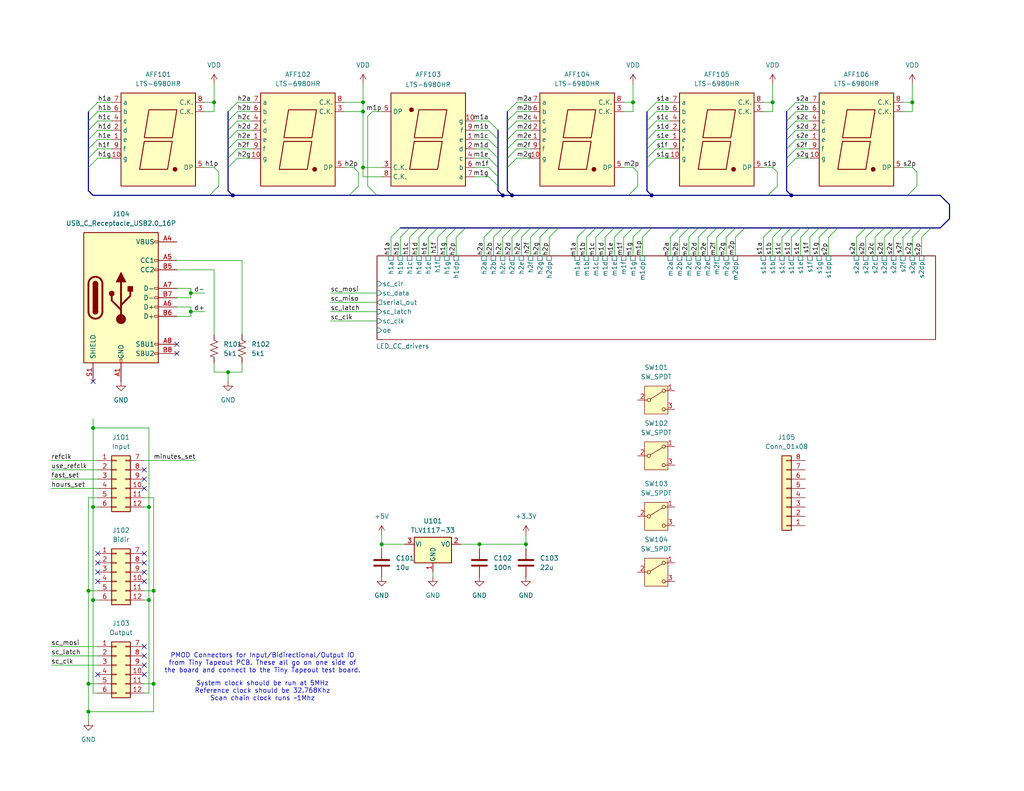
<source format=kicad_sch>
(kicad_sch (version 20231120) (generator "eeschema") (generator_version "8.0")
  (paper "USLetter")
  (title_block (title "Tiny Tapeout Digital Clock") (date "2024-09-29") (rev "1.0") (company "The Ohio State University") (comment 1 "Author: Sam Ellicott"))
  (lib_symbols
    (symbol "Connector:USB_C_Receptacle_USB2.0_16P" (pin_names (offset 1.016))
      (property "Reference" "J" (at 0 22.225 0))
      (property "Value" "USB_C_Receptacle_USB2.0_16P" (at 0 19.685 0))
      (symbol "USB_C_Receptacle_USB2.0_16P_1_1"
        (pin passive line (at 0 -22.86 90) (length 5.08) (name "GND") (number "A1"))
        (pin passive line (at 0 -22.86 90) (length 5.08) hide (name "GND") (number "A12"))
        (pin passive line (at 15.24 15.24 180) (length 5.08) (name "VBUS") (number "A4"))
        (pin bidirectional line (at 15.24 10.16 180) (length 5.08) (name "CC1") (number "A5"))
        (pin bidirectional line (at 15.24 -2.54 180) (length 5.08) (name "D+") (number "A6"))
        (pin bidirectional line (at 15.24 2.54 180) (length 5.08) (name "D-") (number "A7"))
        (pin bidirectional line (at 15.24 -12.7 180) (length 5.08) (name "SBU1") (number "A8"))
        (pin passive line (at 15.24 15.24 180) (length 5.08) hide (name "VBUS") (number "A9"))
        (pin passive line (at 0 -22.86 90) (length 5.08) hide (name "GND") (number "B1"))
        (pin passive line (at 0 -22.86 90) (length 5.08) hide (name "GND") (number "B12"))
        (pin passive line (at 15.24 15.24 180) (length 5.08) hide (name "VBUS") (number "B4"))
        (pin bidirectional line (at 15.24 7.62 180) (length 5.08) (name "CC2") (number "B5"))
        (pin bidirectional line (at 15.24 -5.08 180) (length 5.08) (name "D+") (number "B6"))
        (pin bidirectional line (at 15.24 0 180) (length 5.08) (name "D-") (number "B7"))
        (pin bidirectional line (at 15.24 -15.24 180) (length 5.08) (name "SBU2") (number "B8"))
        (pin passive line (at 15.24 15.24 180) (length 5.08) hide (name "VBUS") (number "B9"))
        (pin passive line (at -7.62 -22.86 90) (length 5.08) (name "SHIELD") (number "S1"))
      )
    )
    (symbol "Connector_Generic:Conn_01x08" (pin_names (offset 1.016) hide)
      (property "Reference" "J" (at 0 10.16 0))
      (property "Value" "Conn_01x08" (at 0 -12.7 0))
      (symbol "Conn_01x08_1_1"
        (pin passive line (at -5.08 7.62 0) (length 3.81) (name "Pin_1") (number "1"))
        (pin passive line (at -5.08 5.08 0) (length 3.81) (name "Pin_2") (number "2"))
        (pin passive line (at -5.08 2.54 0) (length 3.81) (name "Pin_3") (number "3"))
        (pin passive line (at -5.08 0 0) (length 3.81) (name "Pin_4") (number "4"))
        (pin passive line (at -5.08 -2.54 0) (length 3.81) (name "Pin_5") (number "5"))
        (pin passive line (at -5.08 -5.08 0) (length 3.81) (name "Pin_6") (number "6"))
        (pin passive line (at -5.08 -7.62 0) (length 3.81) (name "Pin_7") (number "7"))
        (pin passive line (at -5.08 -10.16 0) (length 3.81) (name "Pin_8") (number "8"))
      )
    )
    (symbol "Connector_Generic:Conn_02x06_Top_Bottom" (pin_names (offset 1.016) hide)
      (property "Reference" "J" (at 1.27 7.62 0))
      (property "Value" "Conn_02x06_Top_Bottom" (at 1.27 -10.16 0))
      (symbol "Conn_02x06_Top_Bottom_1_1"
        (pin passive line (at -5.08 5.08 0) (length 3.81) (name "Pin_1") (number "1"))
        (pin passive line (at 7.62 -2.54 180) (length 3.81) (name "Pin_10") (number "10"))
        (pin passive line (at 7.62 -5.08 180) (length 3.81) (name "Pin_11") (number "11"))
        (pin passive line (at 7.62 -7.62 180) (length 3.81) (name "Pin_12") (number "12"))
        (pin passive line (at -5.08 2.54 0) (length 3.81) (name "Pin_2") (number "2"))
        (pin passive line (at -5.08 0 0) (length 3.81) (name "Pin_3") (number "3"))
        (pin passive line (at -5.08 -2.54 0) (length 3.81) (name "Pin_4") (number "4"))
        (pin passive line (at -5.08 -5.08 0) (length 3.81) (name "Pin_5") (number "5"))
        (pin passive line (at -5.08 -7.62 0) (length 3.81) (name "Pin_6") (number "6"))
        (pin passive line (at 7.62 5.08 180) (length 3.81) (name "Pin_7") (number "7"))
        (pin passive line (at 7.62 2.54 180) (length 3.81) (name "Pin_8") (number "8"))
        (pin passive line (at 7.62 0 180) (length 3.81) (name "Pin_9") (number "9"))
      )
    )
    (symbol "Device:C" (pin_numbers hide) (pin_names (offset 0.254))
      (property "Reference" "C" (at 0.635 2.54 0))
      (property "Value" "C" (at 0.635 -2.54 0))
      (symbol "C_1_1"
        (pin passive line (at 0 3.81 270) (length 2.794) (name "~") (number "1"))
        (pin passive line (at 0 -3.81 90) (length 2.794) (name "~") (number "2"))
      )
    )
    (symbol "Device:R_US" (pin_numbers hide) (pin_names (offset 0))
      (property "Reference" "R" (at 2.54 0 90))
      (property "Value" "R_US" (at -2.54 0 90))
      (symbol "R_US_1_1"
        (pin passive line (at 0 3.81 270) (length 1.27) (name "~") (number "1"))
        (pin passive line (at 0 -3.81 90) (length 1.27) (name "~") (number "2"))
      )
    )
    (symbol "Display_Character:LTS-6980HR"
      (property "Reference" "AFF" (at -7.874 13.97 0))
      (property "Value" "LTS-6980HR" (at 4.064 13.97 0))
      (symbol "LTS-6980HR_1_1"
        (pin passive line (at -12.7 0 0) (length 2.54) (name "e") (number "1"))
        (pin passive line (at -12.7 -5.08 0) (length 2.54) (name "g") (number "10"))
        (pin passive line (at -12.7 2.54 0) (length 2.54) (name "d") (number "2"))
        (pin passive line (at 12.7 7.62 180) (length 2.54) (name "C.K.") (number "3"))
        (pin passive line (at -12.7 5.08 0) (length 2.54) (name "c") (number "4"))
        (pin passive line (at 12.7 -7.62 180) (length 2.54) (name "DP") (number "5"))
        (pin passive line (at -12.7 7.62 0) (length 2.54) (name "b") (number "6"))
        (pin passive line (at -12.7 10.16 0) (length 2.54) (name "a") (number "7"))
        (pin passive line (at 12.7 10.16 180) (length 2.54) (name "C.K.") (number "8"))
        (pin passive line (at -12.7 -2.54 0) (length 2.54) (name "f") (number "9"))
      )
    )
    (symbol "Regulator_Linear:TLV1117-33" (pin_names (offset 0.254))
      (property "Reference" "U" (at -3.81 3.175 0))
      (property "Value" "TLV1117-33" (at 0 3.175 0))
      (symbol "TLV1117-33_1_1"
        (pin power_in line (at 0 -7.62 90) (length 2.54) (name "GND") (number "1"))
        (pin power_out line (at 7.62 0 180) (length 2.54) (name "VO") (number "2"))
        (pin power_in line (at -7.62 0 0) (length 2.54) (name "VI") (number "3"))
      )
    )
    (symbol "Switch:SW_SPDT" (pin_names (offset 0) hide)
      (property "Reference" "SW" (at 0 5.08 0))
      (property "Value" "SW_SPDT" (at 0 -5.08 0))
      (symbol "SW_SPDT_1_1"
        (pin passive line (at 5.08 2.54 180) (length 2.54) (name "A") (number "1"))
        (pin passive line (at -5.08 0 0) (length 2.54) (name "B") (number "2"))
        (pin passive line (at 5.08 -2.54 180) (length 2.54) (name "C") (number "3"))
      )
    )
    (symbol "power:+3.3V" (power) (pin_numbers hide) (pin_names (offset 0) hide)
      (property "Value" "+3.3V" (at 0 3.556 0))
      (symbol "+3.3V_1_1"
        (pin power_in line (at 0 0 90) (length 0) (name "~") (number "1"))
      )
    )
    (symbol "power:+5V" (power) (pin_numbers hide) (pin_names (offset 0) hide)
      (property "Value" "+5V" (at 0 3.556 0))
      (symbol "+5V_1_1"
        (pin power_in line (at 0 0 90) (length 0) (name "~") (number "1"))
      )
    )
    (symbol "power:GND" (power) (pin_numbers hide) (pin_names (offset 0) hide)
      (property "Value" "GND" (at 0 -3.81 0))
      (symbol "GND_1_1"
        (pin power_in line (at 0 0 270) (length 0) (name "~") (number "1"))
      )
    )
    (symbol "power:VDD" (power) (pin_numbers hide) (pin_names (offset 0) hide)
      (property "Value" "VDD" (at 0 3.556 0))
      (symbol "VDD_1_1"
        (pin power_in line (at 0 0 90) (length 0) (name "~") (number "1"))
      )
    )
  )
  (junction (at 215.9 53.34))
  (junction (at 41.91 161.29))
  (junction (at 52.07 85.09))
  (junction (at 24.13 194.31))
  (junction (at 137.16 53.34))
  (junction (at 130.81 148.59))
  (junction (at 210.82 27.94))
  (junction (at 63.5 53.34))
  (junction (at 24.13 186.69))
  (junction (at 25.4 163.83))
  (junction (at 25.4 116.84))
  (junction (at 99.06 30.48))
  (junction (at 24.13 161.29))
  (junction (at 41.91 186.69))
  (junction (at 62.23 101.6))
  (junction (at 40.64 138.43))
  (junction (at 99.06 45.72))
  (junction (at 52.07 80.01))
  (junction (at 248.92 27.94))
  (junction (at 104.14 148.59))
  (junction (at 143.51 148.59))
  (junction (at 40.64 163.83))
  (junction (at 172.72 27.94))
  (junction (at 139.7 53.34))
  (junction (at 58.42 27.94))
  (junction (at 177.8 53.34))
  (junction (at 99.06 27.94))
  (junction (at 25.4 138.43))
  (no_connect (at 39.37 153.67))
  (no_connect (at 39.37 128.27))
  (no_connect (at 26.67 184.15))
  (no_connect (at 48.26 93.98))
  (no_connect (at 26.67 158.75))
  (no_connect (at 39.37 176.53))
  (no_connect (at 26.67 156.21))
  (no_connect (at 39.37 156.21))
  (no_connect (at 48.26 96.52))
  (no_connect (at 26.67 151.13))
  (no_connect (at 39.37 184.15))
  (no_connect (at 39.37 151.13))
  (no_connect (at 39.37 130.81))
  (no_connect (at 39.37 179.07))
  (no_connect (at 39.37 158.75))
  (no_connect (at 39.37 181.61))
  (no_connect (at 26.67 153.67))
  (no_connect (at 25.4 104.14))
  (no_connect (at 39.37 133.35))
  (bus_entry (at 62.23 38.1) (size 2.54 -2.54))
  (bus_entry (at 135.89 50.8) (size -2.54 -2.54))
  (bus_entry (at 214.63 45.72) (size 2.54 -2.54))
  (bus_entry (at 121.92 62.23) (size -2.54 2.54))
  (bus_entry (at 167.64 62.23) (size -2.54 2.54))
  (bus_entry (at 214.63 33.02) (size 2.54 -2.54))
  (bus_entry (at 176.53 38.1) (size 2.54 -2.54))
  (bus_entry (at 209.55 53.34) (size 2.54 -2.54))
  (bus_entry (at 165.1 62.23) (size -2.54 2.54))
  (bus_entry (at 176.53 33.02) (size 2.54 -2.54))
  (bus_entry (at 135.89 38.1) (size -2.54 -2.54))
  (bus_entry (at 138.43 33.02) (size 2.54 -2.54))
  (bus_entry (at 138.43 45.72) (size 2.54 -2.54))
  (bus_entry (at 170.18 62.23) (size -2.54 2.54))
  (bus_entry (at 223.52 62.23) (size -2.54 2.54))
  (bus_entry (at 248.92 62.23) (size -2.54 2.54))
  (bus_entry (at 109.22 62.23) (size -2.54 2.54))
  (bus_entry (at 62.23 30.48) (size 2.54 -2.54))
  (bus_entry (at 135.89 48.26) (size -2.54 -2.54))
  (bus_entry (at 176.53 43.18) (size 2.54 -2.54))
  (bus_entry (at 214.63 30.48) (size 2.54 -2.54))
  (bus_entry (at 62.23 35.56) (size 2.54 -2.54))
  (bus_entry (at 135.89 43.18) (size -2.54 -2.54))
  (bus_entry (at 220.98 62.23) (size -2.54 2.54))
  (bus_entry (at 236.22 62.23) (size -2.54 2.54))
  (bus_entry (at 193.04 62.23) (size -2.54 2.54))
  (bus_entry (at 200.66 62.23) (size -2.54 2.54))
  (bus_entry (at 195.58 62.23) (size -2.54 2.54))
  (bus_entry (at 218.44 62.23) (size -2.54 2.54))
  (bus_entry (at 138.43 30.48) (size 2.54 -2.54))
  (bus_entry (at 95.25 53.34) (size 2.54 -2.54))
  (bus_entry (at 251.46 64.77) (size 2.54 -2.54))
  (bus_entry (at 198.12 62.23) (size -2.54 2.54))
  (bus_entry (at 226.06 64.77) (size 2.54 -2.54))
  (bus_entry (at 176.53 30.48) (size 2.54 -2.54))
  (bus_entry (at 138.43 35.56) (size 2.54 -2.54))
  (bus_entry (at 251.46 62.23) (size -2.54 2.54))
  (bus_entry (at 135.89 40.64) (size -2.54 -2.54))
  (bus_entry (at 190.5 62.23) (size -2.54 2.54))
  (bus_entry (at 176.53 40.64) (size 2.54 -2.54))
  (bus_entry (at 215.9 62.23) (size -2.54 2.54))
  (bus_entry (at 226.06 62.23) (size -2.54 2.54))
  (bus_entry (at 246.38 62.23) (size -2.54 2.54))
  (bus_entry (at 147.32 62.23) (size -2.54 2.54))
  (bus_entry (at 247.65 53.34) (size 2.54 -2.54))
  (bus_entry (at 210.82 62.23) (size -2.54 2.54))
  (bus_entry (at 142.24 62.23) (size -2.54 2.54))
  (bus_entry (at 57.15 53.34) (size 2.54 -2.54))
  (bus_entry (at 24.13 45.72) (size 2.54 -2.54))
  (bus_entry (at 214.63 35.56) (size 2.54 -2.54))
  (bus_entry (at 137.16 62.23) (size -2.54 2.54))
  (bus_entry (at 213.36 62.23) (size -2.54 2.54))
  (bus_entry (at 214.63 38.1) (size 2.54 -2.54))
  (bus_entry (at 102.87 53.34) (size -2.54 -2.54))
  (bus_entry (at 172.72 62.23) (size -2.54 2.54))
  (bus_entry (at 214.63 40.64) (size 2.54 -2.54))
  (bus_entry (at 124.46 62.23) (size -2.54 2.54))
  (bus_entry (at 24.13 40.64) (size 2.54 -2.54))
  (bus_entry (at 62.23 33.02) (size 2.54 -2.54))
  (bus_entry (at 24.13 30.48) (size 2.54 -2.54))
  (bus_entry (at 62.23 40.64) (size 2.54 -2.54))
  (bus_entry (at 185.42 62.23) (size -2.54 2.54))
  (bus_entry (at 62.23 45.72) (size 2.54 -2.54))
  (bus_entry (at 214.63 43.18) (size 2.54 -2.54))
  (bus_entry (at 111.76 62.23) (size -2.54 2.54))
  (bus_entry (at 116.84 62.23) (size -2.54 2.54))
  (bus_entry (at 176.53 45.72) (size 2.54 -2.54))
  (bus_entry (at 139.7 62.23) (size -2.54 2.54))
  (bus_entry (at 176.53 35.56) (size 2.54 -2.54))
  (bus_entry (at 238.76 62.23) (size -2.54 2.54))
  (bus_entry (at 243.84 62.23) (size -2.54 2.54))
  (bus_entry (at 114.3 62.23) (size -2.54 2.54))
  (bus_entry (at 200.66 64.77) (size 2.54 -2.54))
  (bus_entry (at 62.23 43.18) (size 2.54 -2.54))
  (bus_entry (at 144.78 62.23) (size -2.54 2.54))
  (bus_entry (at 24.13 43.18) (size 2.54 -2.54))
  (bus_entry (at 138.43 43.18) (size 2.54 -2.54))
  (bus_entry (at 135.89 45.72) (size -2.54 -2.54))
  (bus_entry (at 187.96 62.23) (size -2.54 2.54))
  (bus_entry (at 138.43 38.1) (size 2.54 -2.54))
  (bus_entry (at 134.62 62.23) (size -2.54 2.54))
  (bus_entry (at 124.46 64.77) (size 2.54 -2.54))
  (bus_entry (at 241.3 62.23) (size -2.54 2.54))
  (bus_entry (at 135.89 35.56) (size -2.54 -2.54))
  (bus_entry (at 171.45 53.34) (size 2.54 -2.54))
  (bus_entry (at 24.13 35.56) (size 2.54 -2.54))
  (bus_entry (at 149.86 64.77) (size 2.54 -2.54))
  (bus_entry (at 160.02 62.23) (size -2.54 2.54))
  (bus_entry (at 149.86 62.23) (size -2.54 2.54))
  (bus_entry (at 24.13 33.02) (size 2.54 -2.54))
  (bus_entry (at 175.26 64.77) (size 2.54 -2.54))
  (bus_entry (at 162.56 62.23) (size -2.54 2.54))
  (bus_entry (at 138.43 40.64) (size 2.54 -2.54))
  (bus_entry (at 24.13 38.1) (size 2.54 -2.54))
  (bus_entry (at 119.38 62.23) (size -2.54 2.54))
  (bus_entry (at 175.26 62.23) (size -2.54 2.54))
  (bus (pts (xy 24.13 33.02) (xy 24.13 35.56)))
  (wire (pts (xy 26.67 40.64) (xy 30.48 40.64)))
  (wire (pts (xy 39.37 125.73) (xy 53.34 125.73)))
  (wire (pts (xy 208.28 27.94) (xy 210.82 27.94)))
  (wire (pts (xy 41.91 186.69) (xy 41.91 194.31)))
  (bus (pts (xy 215.9 62.23) (xy 218.44 62.23)))
  (bus (pts (xy 256.54 53.34) (xy 259.08 55.88)))
  (wire (pts (xy 208.28 45.72) (xy 210.82 45.72)))
  (bus (pts (xy 138.43 35.56) (xy 138.43 38.1)))
  (wire (pts (xy 144.78 64.77) (xy 144.78 69.85)))
  (wire (pts (xy 140.97 35.56) (xy 144.78 35.56)))
  (wire (pts (xy 13.97 133.35) (xy 26.67 133.35)))
  (wire (pts (xy 24.13 135.89) (xy 24.13 161.29)))
  (bus (pts (xy 135.89 52.07) (xy 137.16 53.34)))
  (wire (pts (xy 179.07 40.64) (xy 182.88 40.64)))
  (wire (pts (xy 41.91 135.89) (xy 41.91 161.29)))
  (bus (pts (xy 236.22 62.23) (xy 238.76 62.23)))
  (wire (pts (xy 172.72 45.72) (xy 173.99 46.99)))
  (wire (pts (xy 104.14 148.59) (xy 104.14 149.86)))
  (bus (pts (xy 223.52 62.23) (xy 226.06 62.23)))
  (wire (pts (xy 243.84 64.77) (xy 243.84 69.85)))
  (wire (pts (xy 167.64 64.77) (xy 167.64 69.85)))
  (wire (pts (xy 48.26 71.12) (xy 66.04 71.12)))
  (wire (pts (xy 52.07 78.74) (xy 52.07 80.01)))
  (wire (pts (xy 172.72 22.86) (xy 172.72 27.94)))
  (bus (pts (xy 109.22 62.23) (xy 111.76 62.23)))
  (bus (pts (xy 139.7 62.23) (xy 142.24 62.23)))
  (wire (pts (xy 99.06 27.94) (xy 99.06 30.48)))
  (wire (pts (xy 124.46 64.77) (xy 124.46 69.85)))
  (wire (pts (xy 13.97 125.73) (xy 26.67 125.73)))
  (wire (pts (xy 24.13 194.31) (xy 41.91 194.31)))
  (bus (pts (xy 215.9 53.34) (xy 247.65 53.34)))
  (wire (pts (xy 99.06 45.72) (xy 104.14 45.72)))
  (bus (pts (xy 111.76 62.23) (xy 114.3 62.23)))
  (wire (pts (xy 212.09 46.99) (xy 212.09 50.8)))
  (wire (pts (xy 217.17 43.18) (xy 220.98 43.18)))
  (bus (pts (xy 24.13 30.48) (xy 24.13 33.02)))
  (bus (pts (xy 62.23 33.02) (xy 62.23 35.56)))
  (wire (pts (xy 217.17 35.56) (xy 220.98 35.56)))
  (wire (pts (xy 24.13 194.31) (xy 24.13 196.85)))
  (bus (pts (xy 62.23 40.64) (xy 62.23 43.18)))
  (wire (pts (xy 142.24 64.77) (xy 142.24 69.85)))
  (wire (pts (xy 25.4 189.23) (xy 26.67 189.23)))
  (wire (pts (xy 185.42 64.77) (xy 185.42 69.85)))
  (wire (pts (xy 140.97 38.1) (xy 144.78 38.1)))
  (wire (pts (xy 210.82 45.72) (xy 212.09 46.99)))
  (bus (pts (xy 138.43 45.72) (xy 138.43 52.07)))
  (bus (pts (xy 116.84 62.23) (xy 119.38 62.23)))
  (wire (pts (xy 246.38 45.72) (xy 248.92 45.72)))
  (wire (pts (xy 140.97 40.64) (xy 144.78 40.64)))
  (wire (pts (xy 13.97 130.81) (xy 26.67 130.81)))
  (bus (pts (xy 226.06 62.23) (xy 228.6 62.23)))
  (wire (pts (xy 26.67 43.18) (xy 30.48 43.18)))
  (wire (pts (xy 64.77 30.48) (xy 68.58 30.48)))
  (wire (pts (xy 25.4 116.84) (xy 40.64 116.84)))
  (bus (pts (xy 220.98 62.23) (xy 223.52 62.23)))
  (bus (pts (xy 176.53 52.07) (xy 177.8 53.34)))
  (wire (pts (xy 248.92 64.77) (xy 248.92 69.85)))
  (wire (pts (xy 147.32 64.77) (xy 147.32 69.85)))
  (bus (pts (xy 63.5 53.34) (xy 95.25 53.34)))
  (wire (pts (xy 52.07 80.01) (xy 55.88 80.01)))
  (bus (pts (xy 170.18 62.23) (xy 172.72 62.23)))
  (bus (pts (xy 138.43 40.64) (xy 138.43 43.18)))
  (wire (pts (xy 179.07 33.02) (xy 182.88 33.02)))
  (bus (pts (xy 209.55 53.34) (xy 215.9 53.34)))
  (bus (pts (xy 139.7 53.34) (xy 138.43 52.07)))
  (bus (pts (xy 24.13 40.64) (xy 24.13 43.18)))
  (wire (pts (xy 101.6 30.48) (xy 100.33 31.75)))
  (wire (pts (xy 119.38 64.77) (xy 119.38 69.85)))
  (bus (pts (xy 160.02 62.23) (xy 162.56 62.23)))
  (bus (pts (xy 25.4 53.34) (xy 24.13 52.07)))
  (wire (pts (xy 64.77 35.56) (xy 68.58 35.56)))
  (wire (pts (xy 208.28 30.48) (xy 210.82 30.48)))
  (bus (pts (xy 214.63 38.1) (xy 214.63 40.64)))
  (bus (pts (xy 176.53 33.02) (xy 176.53 35.56)))
  (wire (pts (xy 246.38 30.48) (xy 248.92 30.48)))
  (wire (pts (xy 39.37 161.29) (xy 41.91 161.29)))
  (wire (pts (xy 175.26 64.77) (xy 175.26 69.85)))
  (wire (pts (xy 106.68 64.77) (xy 106.68 69.85)))
  (bus (pts (xy 176.53 40.64) (xy 176.53 43.18)))
  (bus (pts (xy 138.43 38.1) (xy 138.43 40.64)))
  (bus (pts (xy 172.72 62.23) (xy 175.26 62.23)))
  (wire (pts (xy 104.14 148.59) (xy 110.49 148.59)))
  (wire (pts (xy 64.77 43.18) (xy 68.58 43.18)))
  (wire (pts (xy 104.14 146.05) (xy 104.14 148.59)))
  (wire (pts (xy 190.5 64.77) (xy 190.5 69.85)))
  (bus (pts (xy 187.96 62.23) (xy 190.5 62.23)))
  (wire (pts (xy 13.97 181.61) (xy 26.67 181.61)))
  (bus (pts (xy 176.53 35.56) (xy 176.53 38.1)))
  (wire (pts (xy 170.18 45.72) (xy 172.72 45.72)))
  (wire (pts (xy 25.4 163.83) (xy 26.67 163.83)))
  (wire (pts (xy 118.11 156.21) (xy 118.11 157.48)))
  (wire (pts (xy 39.37 163.83) (xy 40.64 163.83)))
  (wire (pts (xy 52.07 85.09) (xy 52.07 86.36)))
  (wire (pts (xy 140.97 27.94) (xy 144.78 27.94)))
  (bus (pts (xy 256.54 62.23) (xy 259.08 59.69)))
  (wire (pts (xy 58.42 27.94) (xy 58.42 30.48)))
  (bus (pts (xy 135.89 43.18) (xy 135.89 45.72)))
  (wire (pts (xy 40.64 116.84) (xy 40.64 138.43)))
  (wire (pts (xy 182.88 64.77) (xy 182.88 69.85)))
  (bus (pts (xy 63.5 53.34) (xy 62.23 52.07)))
  (bus (pts (xy 247.65 53.34) (xy 256.54 53.34)))
  (wire (pts (xy 58.42 22.86) (xy 58.42 27.94)))
  (bus (pts (xy 25.4 53.34) (xy 57.15 53.34)))
  (wire (pts (xy 133.35 43.18) (xy 129.54 43.18)))
  (wire (pts (xy 93.98 27.94) (xy 99.06 27.94)))
  (bus (pts (xy 214.63 30.48) (xy 214.63 33.02)))
  (wire (pts (xy 48.26 78.74) (xy 52.07 78.74)))
  (bus (pts (xy 134.62 62.23) (xy 137.16 62.23)))
  (wire (pts (xy 217.17 38.1) (xy 220.98 38.1)))
  (wire (pts (xy 93.98 30.48) (xy 99.06 30.48)))
  (wire (pts (xy 133.35 48.26) (xy 129.54 48.26)))
  (bus (pts (xy 24.13 38.1) (xy 24.13 40.64)))
  (wire (pts (xy 25.4 138.43) (xy 26.67 138.43)))
  (wire (pts (xy 64.77 40.64) (xy 68.58 40.64)))
  (wire (pts (xy 217.17 27.94) (xy 220.98 27.94)))
  (wire (pts (xy 198.12 64.77) (xy 198.12 69.85)))
  (wire (pts (xy 25.4 138.43) (xy 25.4 163.83)))
  (wire (pts (xy 66.04 99.06) (xy 66.04 101.6)))
  (wire (pts (xy 39.37 135.89) (xy 41.91 135.89)))
  (wire (pts (xy 48.26 86.36) (xy 52.07 86.36)))
  (wire (pts (xy 133.35 38.1) (xy 129.54 38.1)))
  (wire (pts (xy 220.98 64.77) (xy 220.98 69.85)))
  (wire (pts (xy 241.3 64.77) (xy 241.3 69.85)))
  (wire (pts (xy 215.9 64.77) (xy 215.9 69.85)))
  (wire (pts (xy 55.88 45.72) (xy 58.42 45.72)))
  (wire (pts (xy 179.07 30.48) (xy 182.88 30.48)))
  (wire (pts (xy 26.67 35.56) (xy 30.48 35.56)))
  (wire (pts (xy 248.92 27.94) (xy 248.92 30.48)))
  (wire (pts (xy 66.04 71.12) (xy 66.04 91.44)))
  (wire (pts (xy 64.77 27.94) (xy 68.58 27.94)))
  (bus (pts (xy 149.86 62.23) (xy 152.4 62.23)))
  (wire (pts (xy 217.17 40.64) (xy 220.98 40.64)))
  (wire (pts (xy 170.18 64.77) (xy 170.18 69.85)))
  (wire (pts (xy 140.97 43.18) (xy 144.78 43.18)))
  (wire (pts (xy 39.37 138.43) (xy 40.64 138.43)))
  (wire (pts (xy 109.22 64.77) (xy 109.22 69.85)))
  (wire (pts (xy 90.17 85.09) (xy 102.87 85.09)))
  (wire (pts (xy 58.42 45.72) (xy 59.69 46.99)))
  (bus (pts (xy 214.63 52.07) (xy 215.9 53.34)))
  (wire (pts (xy 238.76 64.77) (xy 238.76 69.85)))
  (wire (pts (xy 125.73 148.59) (xy 130.81 148.59)))
  (wire (pts (xy 226.06 64.77) (xy 226.06 69.85)))
  (wire (pts (xy 40.64 138.43) (xy 40.64 163.83)))
  (wire (pts (xy 58.42 73.66) (xy 58.42 91.44)))
  (wire (pts (xy 52.07 85.09) (xy 55.88 85.09)))
  (bus (pts (xy 135.89 50.8) (xy 135.89 52.07)))
  (wire (pts (xy 143.51 148.59) (xy 143.51 149.86)))
  (bus (pts (xy 135.89 48.26) (xy 135.89 50.8)))
  (bus (pts (xy 243.84 62.23) (xy 246.38 62.23)))
  (bus (pts (xy 24.13 35.56) (xy 24.13 38.1)))
  (wire (pts (xy 39.37 186.69) (xy 41.91 186.69)))
  (bus (pts (xy 24.13 43.18) (xy 24.13 45.72)))
  (bus (pts (xy 193.04 62.23) (xy 195.58 62.23)))
  (bus (pts (xy 198.12 62.23) (xy 200.66 62.23)))
  (bus (pts (xy 62.23 30.48) (xy 62.23 33.02)))
  (wire (pts (xy 246.38 27.94) (xy 248.92 27.94)))
  (wire (pts (xy 52.07 83.82) (xy 52.07 85.09)))
  (wire (pts (xy 26.67 27.94) (xy 30.48 27.94)))
  (wire (pts (xy 210.82 64.77) (xy 210.82 69.85)))
  (wire (pts (xy 58.42 101.6) (xy 62.23 101.6)))
  (wire (pts (xy 193.04 64.77) (xy 193.04 69.85)))
  (bus (pts (xy 135.89 35.56) (xy 135.89 38.1)))
  (bus (pts (xy 228.6 62.23) (xy 236.22 62.23)))
  (bus (pts (xy 171.45 53.34) (xy 177.8 53.34)))
  (bus (pts (xy 218.44 62.23) (xy 220.98 62.23)))
  (bus (pts (xy 165.1 62.23) (xy 167.64 62.23)))
  (bus (pts (xy 195.58 62.23) (xy 198.12 62.23)))
  (bus (pts (xy 137.16 62.23) (xy 139.7 62.23)))
  (bus (pts (xy 176.53 43.18) (xy 176.53 45.72)))
  (wire (pts (xy 58.42 99.06) (xy 58.42 101.6)))
  (bus (pts (xy 24.13 45.72) (xy 24.13 52.07)))
  (bus (pts (xy 139.7 53.34) (xy 171.45 53.34)))
  (wire (pts (xy 90.17 80.01) (xy 102.87 80.01)))
  (wire (pts (xy 130.81 148.59) (xy 130.81 149.86)))
  (wire (pts (xy 26.67 30.48) (xy 30.48 30.48)))
  (wire (pts (xy 26.67 33.02) (xy 30.48 33.02)))
  (wire (pts (xy 170.18 30.48) (xy 172.72 30.48)))
  (wire (pts (xy 179.07 35.56) (xy 182.88 35.56)))
  (bus (pts (xy 135.89 38.1) (xy 135.89 40.64)))
  (bus (pts (xy 62.23 45.72) (xy 62.23 52.07)))
  (bus (pts (xy 210.82 62.23) (xy 213.36 62.23)))
  (bus (pts (xy 214.63 45.72) (xy 214.63 52.07)))
  (wire (pts (xy 210.82 22.86) (xy 210.82 27.94)))
  (wire (pts (xy 24.13 161.29) (xy 24.13 186.69)))
  (bus (pts (xy 177.8 53.34) (xy 209.55 53.34)))
  (bus (pts (xy 135.89 40.64) (xy 135.89 43.18)))
  (wire (pts (xy 187.96 64.77) (xy 187.96 69.85)))
  (wire (pts (xy 139.7 64.77) (xy 139.7 69.85)))
  (wire (pts (xy 170.18 27.94) (xy 172.72 27.94)))
  (wire (pts (xy 223.52 64.77) (xy 223.52 69.85)))
  (wire (pts (xy 133.35 40.64) (xy 129.54 40.64)))
  (wire (pts (xy 132.08 64.77) (xy 132.08 69.85)))
  (bus (pts (xy 147.32 62.23) (xy 149.86 62.23)))
  (wire (pts (xy 99.06 22.86) (xy 99.06 27.94)))
  (bus (pts (xy 238.76 62.23) (xy 241.3 62.23)))
  (wire (pts (xy 210.82 27.94) (xy 210.82 30.48)))
  (wire (pts (xy 160.02 64.77) (xy 160.02 69.85)))
  (wire (pts (xy 172.72 64.77) (xy 172.72 69.85)))
  (wire (pts (xy 114.3 64.77) (xy 114.3 69.85)))
  (bus (pts (xy 214.63 33.02) (xy 214.63 35.56)))
  (wire (pts (xy 149.86 64.77) (xy 149.86 69.85)))
  (wire (pts (xy 208.28 64.77) (xy 208.28 69.85)))
  (wire (pts (xy 133.35 35.56) (xy 129.54 35.56)))
  (wire (pts (xy 39.37 189.23) (xy 40.64 189.23)))
  (bus (pts (xy 162.56 62.23) (xy 165.1 62.23)))
  (wire (pts (xy 40.64 163.83) (xy 40.64 189.23)))
  (wire (pts (xy 248.92 22.86) (xy 248.92 27.94)))
  (bus (pts (xy 121.92 62.23) (xy 124.46 62.23)))
  (wire (pts (xy 217.17 33.02) (xy 220.98 33.02)))
  (wire (pts (xy 121.92 64.77) (xy 121.92 69.85)))
  (wire (pts (xy 233.68 64.77) (xy 233.68 69.85)))
  (wire (pts (xy 24.13 186.69) (xy 26.67 186.69)))
  (wire (pts (xy 137.16 64.77) (xy 137.16 69.85)))
  (bus (pts (xy 142.24 62.23) (xy 144.78 62.23)))
  (bus (pts (xy 214.63 43.18) (xy 214.63 45.72)))
  (bus (pts (xy 135.89 45.72) (xy 135.89 48.26)))
  (wire (pts (xy 173.99 46.99) (xy 173.99 50.8)))
  (bus (pts (xy 138.43 33.02) (xy 138.43 35.56)))
  (wire (pts (xy 195.58 64.77) (xy 195.58 69.85)))
  (bus (pts (xy 114.3 62.23) (xy 116.84 62.23)))
  (bus (pts (xy 176.53 45.72) (xy 176.53 52.07)))
  (bus (pts (xy 62.23 35.56) (xy 62.23 38.1)))
  (wire (pts (xy 100.33 31.75) (xy 100.33 50.8)))
  (wire (pts (xy 24.13 186.69) (xy 24.13 194.31)))
  (wire (pts (xy 52.07 80.01) (xy 52.07 81.28)))
  (bus (pts (xy 203.2 62.23) (xy 210.82 62.23)))
  (wire (pts (xy 64.77 38.1) (xy 68.58 38.1)))
  (wire (pts (xy 140.97 30.48) (xy 144.78 30.48)))
  (wire (pts (xy 179.07 27.94) (xy 182.88 27.94)))
  (wire (pts (xy 13.97 128.27) (xy 26.67 128.27)))
  (wire (pts (xy 55.88 30.48) (xy 58.42 30.48)))
  (bus (pts (xy 119.38 62.23) (xy 121.92 62.23)))
  (wire (pts (xy 55.88 27.94) (xy 58.42 27.94)))
  (wire (pts (xy 25.4 163.83) (xy 25.4 189.23)))
  (bus (pts (xy 57.15 53.34) (xy 63.5 53.34)))
  (bus (pts (xy 213.36 62.23) (xy 215.9 62.23)))
  (wire (pts (xy 99.06 48.26) (xy 104.14 48.26)))
  (wire (pts (xy 130.81 148.59) (xy 143.51 148.59)))
  (wire (pts (xy 236.22 64.77) (xy 236.22 69.85)))
  (wire (pts (xy 200.66 64.77) (xy 200.66 69.85)))
  (wire (pts (xy 96.52 45.72) (xy 97.79 46.99)))
  (bus (pts (xy 62.23 38.1) (xy 62.23 40.64)))
  (wire (pts (xy 157.48 64.77) (xy 157.48 69.85)))
  (wire (pts (xy 246.38 64.77) (xy 246.38 69.85)))
  (wire (pts (xy 165.1 64.77) (xy 165.1 69.85)))
  (wire (pts (xy 140.97 33.02) (xy 144.78 33.02)))
  (wire (pts (xy 62.23 101.6) (xy 66.04 101.6)))
  (bus (pts (xy 200.66 62.23) (xy 203.2 62.23)))
  (bus (pts (xy 251.46 62.23) (xy 254 62.23)))
  (wire (pts (xy 133.35 45.72) (xy 129.54 45.72)))
  (bus (pts (xy 254 62.23) (xy 256.54 62.23)))
  (bus (pts (xy 127 62.23) (xy 134.62 62.23)))
  (wire (pts (xy 116.84 64.77) (xy 116.84 69.85)))
  (bus (pts (xy 167.64 62.23) (xy 170.18 62.23)))
  (wire (pts (xy 97.79 46.99) (xy 97.79 50.8)))
  (wire (pts (xy 41.91 161.29) (xy 41.91 186.69)))
  (wire (pts (xy 48.26 73.66) (xy 58.42 73.66)))
  (wire (pts (xy 24.13 161.29) (xy 26.67 161.29)))
  (wire (pts (xy 134.62 64.77) (xy 134.62 69.85)))
  (bus (pts (xy 176.53 38.1) (xy 176.53 40.64)))
  (bus (pts (xy 241.3 62.23) (xy 243.84 62.23)))
  (wire (pts (xy 162.56 64.77) (xy 162.56 69.85)))
  (wire (pts (xy 172.72 27.94) (xy 172.72 30.48)))
  (wire (pts (xy 24.13 135.89) (xy 26.67 135.89)))
  (bus (pts (xy 246.38 62.23) (xy 248.92 62.23)))
  (bus (pts (xy 138.43 30.48) (xy 138.43 33.02)))
  (wire (pts (xy 217.17 30.48) (xy 220.98 30.48)))
  (wire (pts (xy 59.69 46.99) (xy 59.69 50.8)))
  (wire (pts (xy 104.14 30.48) (xy 101.6 30.48)))
  (wire (pts (xy 143.51 146.05) (xy 143.51 148.59)))
  (bus (pts (xy 214.63 40.64) (xy 214.63 43.18)))
  (wire (pts (xy 218.44 64.77) (xy 218.44 69.85)))
  (bus (pts (xy 137.16 53.34) (xy 139.7 53.34)))
  (wire (pts (xy 248.92 45.72) (xy 250.19 46.99)))
  (wire (pts (xy 90.17 82.55) (xy 102.87 82.55)))
  (bus (pts (xy 214.63 35.56) (xy 214.63 38.1)))
  (wire (pts (xy 13.97 179.07) (xy 26.67 179.07)))
  (wire (pts (xy 251.46 64.77) (xy 251.46 69.85)))
  (bus (pts (xy 175.26 62.23) (xy 177.8 62.23)))
  (wire (pts (xy 26.67 38.1) (xy 30.48 38.1)))
  (bus (pts (xy 144.78 62.23) (xy 147.32 62.23)))
  (wire (pts (xy 62.23 101.6) (xy 62.23 104.14)))
  (bus (pts (xy 138.43 43.18) (xy 138.43 45.72)))
  (wire (pts (xy 25.4 116.84) (xy 25.4 138.43)))
  (bus (pts (xy 190.5 62.23) (xy 193.04 62.23)))
  (wire (pts (xy 48.26 81.28) (xy 52.07 81.28)))
  (wire (pts (xy 64.77 33.02) (xy 68.58 33.02)))
  (wire (pts (xy 133.35 33.02) (xy 129.54 33.02)))
  (bus (pts (xy 176.53 30.48) (xy 176.53 33.02)))
  (wire (pts (xy 111.76 64.77) (xy 111.76 69.85)))
  (wire (pts (xy 48.26 83.82) (xy 52.07 83.82)))
  (wire (pts (xy 179.07 43.18) (xy 182.88 43.18)))
  (bus (pts (xy 62.23 43.18) (xy 62.23 45.72)))
  (bus (pts (xy 177.8 62.23) (xy 185.42 62.23)))
  (wire (pts (xy 179.07 38.1) (xy 182.88 38.1)))
  (bus (pts (xy 185.42 62.23) (xy 187.96 62.23)))
  (bus (pts (xy 124.46 62.23) (xy 127 62.23)))
  (wire (pts (xy 93.98 45.72) (xy 96.52 45.72)))
  (wire (pts (xy 99.06 45.72) (xy 99.06 48.26)))
  (bus (pts (xy 248.92 62.23) (xy 251.46 62.23)))
  (bus (pts (xy 152.4 62.23) (xy 160.02 62.23)))
  (wire (pts (xy 90.17 87.63) (xy 102.87 87.63)))
  (wire (pts (xy 25.4 114.3) (xy 25.4 116.84)))
  (wire (pts (xy 250.19 46.99) (xy 250.19 50.8)))
  (wire (pts (xy 99.06 30.48) (xy 99.06 45.72)))
  (wire (pts (xy 213.36 64.77) (xy 213.36 69.85)))
  (bus (pts (xy 95.25 53.34) (xy 102.87 53.34)))
  (wire (pts (xy 13.97 176.53) (xy 26.67 176.53)))
  (bus (pts (xy 259.08 55.88) (xy 259.08 59.69)))
  (bus (pts (xy 102.87 53.34) (xy 137.16 53.34)))
  (text "System clock should be run at 5MHz\nReference clock should be 32.768Khz\nScan chain clock runs ~1Mhz" (at 71.628 188.722 0) (effects (font (size 1.27 1.27))))
  (text "PMOD Connectors for Input/Bidirectional/Output IO\nfrom Tiny Tapeout PCB. These all go on one side of\nthe board and connect to the Tiny Tapeout test board." (at 71.628 181.102 0) (effects (font (size 1.27 1.27))))
  (label "m1c" (at 133.35 38.1 180))
  (label "h2a" (at 64.77 27.94 0))
  (label "sc_latch" (at 13.97 179.07 0))
  (label "h1a" (at 106.68 66.04 270))
  (label "s1p" (at 208.28 45.72 0))
  (label "m2p" (at 170.18 45.72 0))
  (label "h1c" (at 111.76 66.04 270))
  (label "s2p" (at 226.06 69.85 90))
  (label "s1g" (at 223.52 66.04 270))
  (label "m2f" (at 140.97 40.64 0))
  (label "h1f" (at 26.67 40.64 0))
  (label "m1e" (at 133.35 43.18 180))
  (label "m1g" (at 172.72 66.04 270))
  (label "sc_miso" (at 90.17 82.55 0))
  (label "s2e" (at 243.84 66.04 270))
  (label "h1b" (at 26.67 30.48 0))
  (label "m1d" (at 133.35 40.64 180))
  (label "sc_clk" (at 13.97 181.61 0))
  (label "h1e" (at 116.84 66.04 270))
  (label "h1e" (at 26.67 38.1 0))
  (label "m2e" (at 140.97 38.1 0))
  (label "m1g" (at 133.35 48.26 180))
  (label "s1b" (at 179.07 30.48 0))
  (label "h1c" (at 26.67 33.02 0))
  (label "hours_set" (at 13.97 133.35 0))
  (label "m2d" (at 190.5 66.04 270))
  (label "s2a" (at 233.68 66.04 270))
  (label "h1b" (at 109.22 66.04 270))
  (label "s2d" (at 241.3 66.04 270))
  (label "sc_clk" (at 90.17 87.63 0))
  (label "h1g" (at 121.92 66.04 270))
  (label "h2d" (at 64.77 35.56 0))
  (label "s2p" (at 246.38 45.72 0))
  (label "h2a" (at 132.08 66.04 270))
  (label "m2c" (at 187.96 66.04 270))
  (label "m2b" (at 140.97 30.48 0))
  (label "h2c" (at 137.16 66.04 270))
  (label "m1f" (at 170.18 66.04 270))
  (label "refclk" (at 13.97 125.73 0))
  (label "s2d" (at 217.17 35.56 0))
  (label "h2b" (at 64.77 30.48 0))
  (label "h2p" (at 124.46 69.85 90))
  (label "h2b" (at 134.62 66.04 270))
  (label "fast_set" (at 13.97 130.81 0))
  (label "sc_mosi" (at 13.97 176.53 0))
  (label "h2c" (at 64.77 33.02 0))
  (label "h1d" (at 114.3 66.04 270))
  (label "s2f" (at 217.17 40.64 0))
  (label "h1a" (at 26.67 27.94 0))
  (label "h1f" (at 119.38 66.04 270))
  (label "s1f" (at 179.07 40.64 0))
  (label "m1p" (at 175.26 69.85 90))
  (label "h2e" (at 142.24 66.04 270))
  (label "m1c" (at 162.56 66.04 270))
  (label "m2a" (at 182.88 66.04 270))
  (label "h2f" (at 144.78 66.04 270))
  (label "m2g" (at 140.97 43.18 0))
  (label "d-" (at 55.88 80.01 180))
  (label "m2g" (at 198.12 66.04 270))
  (label "h1g" (at 26.67 43.18 0))
  (label "s2a" (at 217.17 27.94 0))
  (label "sc_latch" (at 90.17 85.09 0))
  (label "h1d" (at 26.67 35.56 0))
  (label "m1f" (at 133.35 45.72 180))
  (label "s2e" (at 217.17 38.1 0))
  (label "m1b" (at 133.35 35.56 180))
  (label "s2p" (at 251.46 69.85 90))
  (label "m2b" (at 185.42 66.04 270))
  (label "m2f" (at 195.58 66.04 270))
  (label "m2p" (at 200.66 69.85 90))
  (label "h2p" (at 149.86 69.85 90))
  (label "m1d" (at 165.1 66.04 270))
  (label "h1p" (at 55.88 45.72 0))
  (label "s2c" (at 217.17 33.02 0))
  (label "s2g" (at 217.17 43.18 0))
  (label "m2d" (at 140.97 35.56 0))
  (label "s2c" (at 238.76 66.04 270))
  (label "s1a" (at 179.07 27.94 0))
  (label "m1p" (at 104.14 30.48 180))
  (label "s1b" (at 210.82 66.04 270))
  (label "s1c" (at 179.07 33.02 0))
  (label "minutes_set" (at 53.34 125.73 180))
  (label "s1a" (at 208.28 66.04 270))
  (label "s2b" (at 217.17 30.48 0))
  (label "s1e" (at 179.07 38.1 0))
  (label "s1c" (at 213.36 66.04 270))
  (label "m1b" (at 160.02 66.04 270))
  (label "d+" (at 55.88 85.09 180))
  (label "m1e" (at 167.64 66.04 270))
  (label "use_refclk" (at 13.97 128.27 0))
  (label "s2g" (at 248.92 66.04 270))
  (label "m1a" (at 133.35 33.02 180))
  (label "s1f" (at 220.98 66.04 270))
  (label "s1d" (at 215.9 66.04 270))
  (label "s2f" (at 246.38 66.04 270))
  (label "s1e" (at 218.44 66.04 270))
  (label "s1d" (at 179.07 35.56 0))
  (label "h2f" (at 64.77 40.64 0))
  (label "m1a" (at 157.48 66.04 270))
  (label "s1g" (at 179.07 43.18 0))
  (label "m2c" (at 140.97 33.02 0))
  (label "sc_mosi" (at 90.17 80.01 0))
  (label "h2p" (at 93.98 45.72 0))
  (label "h2g" (at 64.77 43.18 0))
  (label "m2a" (at 140.97 27.94 0))
  (label "h2d" (at 139.7 66.04 270))
  (label "m2e" (at 193.04 66.04 270))
  (label "h2e" (at 64.77 38.1 0))
  (label "s2b" (at 236.22 66.04 270))
  (label "h2g" (at 147.32 66.04 270))
  (symbol (lib_id "power:GND") (at 33.02 104.14 0) (unit 1)
    (property "Reference" "#PWR0102" (effects (hide yes)))
    (property "Value" "GND" (at 33.02 109.22 0))
    (property "Description" "Power symbol creates a global label with name \"GND\" , ground" (effects (hide yes)))
  )
  (symbol (lib_id "Switch:SW_SPDT") (at 179.07 124.46 0) (unit 1)
    (property "Reference" "SW102" (at 179.07 115.57 0))
    (property "Value" "SW_SPDT" (at 179.07 118.11 0))
    (property "Description" "Switch, single pole double throw" (effects (hide yes)))
  )
  (symbol (lib_id "Switch:SW_SPDT") (at 179.07 109.22 0) (unit 1)
    (property "Reference" "SW101" (at 179.07 100.33 0))
    (property "Value" "SW_SPDT" (at 179.07 102.87 0))
    (property "Description" "Switch, single pole double throw" (effects (hide yes)))
  )
  (symbol (lib_id "power:VDD") (at 172.72 22.86 0) (unit 1)
    (property "Reference" "#PWR0112" (effects (hide yes)))
    (property "Value" "VDD" (at 172.72 17.78 0))
    (property "Description" "Power symbol creates a global label with name \"VDD\"" (effects (hide yes)))
  )
  (symbol (lib_id "Connector:USB_C_Receptacle_USB2.0_16P") (at 33.02 81.28 0) (unit 1)
    (property "Reference" "J104" (at 33.02 58.42 0))
    (property "Value" "USB_C_Receptacle_USB2.0_16P" (at 33.02 60.96 0))
    (property "Footprint" "TestPoint:TestPoint_Bridge_Pitch2.54mm_Drill0.7mm" (effects (hide yes)))
    (property "Datasheet" "https://www.usb.org/sites/default/files/documents/usb_type-c.zip" (effects (hide yes)))
    (property "Description" "USB 2.0-only 16P Type-C Receptacle connector" (effects (hide yes)))
  )
  (symbol (lib_id "power:VDD") (at 248.92 22.86 0) (unit 1)
    (property "Reference" "#PWR0114" (effects (hide yes)))
    (property "Value" "VDD" (at 248.92 17.78 0))
    (property "Description" "Power symbol creates a global label with name \"VDD\"" (effects (hide yes)))
  )
  (symbol (lib_id "Display_Character:LTS-6980HR") (at 195.58 38.1 0) (unit 1)
    (property "Reference" "AFF105" (at 195.58 20.32 0))
    (property "Value" "LTS-6980HR" (at 195.58 22.86 0))
    (property "Footprint" "Display_7Segment:7SegmentLED_LTS6760_LTS6780" (effects (hide yes)))
    (property "Datasheet" "http://datasheet.octopart.com/LTS-6960HR-Lite-On-datasheet-11803242.pdf" (effects (hide yes)))
    (property "Description" "DISPLAY 7 SEGMENTS common K, high efficient red" (effects (hide yes)))
  )
  (symbol (lib_id "power:VDD") (at 99.06 22.86 0) (unit 1)
    (property "Reference" "#PWR0105" (effects (hide yes)))
    (property "Value" "VDD" (at 99.06 17.78 0))
    (property "Description" "Power symbol creates a global label with name \"VDD\"" (effects (hide yes)))
  )
  (symbol (lib_id "Connector_Generic:Conn_02x06_Top_Bottom") (at 31.75 130.81 0) (unit 1)
    (property "Reference" "J101" (at 33.02 119.38 0))
    (property "Value" "Input" (at 33.02 121.92 0))
    (property "Footprint" "Connector_PinHeader_2.54mm:PinHeader_2x06_P2.54mm_Horizontal" (effects (hide yes)))
    (property "Description" "Generic connector, double row, 02x06, top/bottom pin numbering scheme (row 1: 1...pins_per_row, row2: pins_per_row+1 ... num_pins), script generated (kicad-library-utils/schlib/autogen/connector/)" (effects (hide yes)))
  )
  (symbol (lib_id "Device:C") (at 104.14 153.67 0) (unit 1)
    (property "Reference" "C101" (at 107.95 152.3999 0) (effects (justify left)))
    (property "Value" "10u" (at 107.95 154.9399 0) (effects (justify left)))
    (property "Footprint" "Capacitor_SMD:C_0805_2012Metric_Pad1.18x1.45mm_HandSolder" (effects (hide yes)))
    (property "Description" "Unpolarized capacitor" (effects (hide yes)))
  )
  (symbol (lib_id "Switch:SW_SPDT") (at 179.07 140.97 0) (unit 1)
    (property "Reference" "SW103" (at 179.07 132.08 0))
    (property "Value" "SW_SPDT" (at 179.07 134.62 0))
    (property "Description" "Switch, single pole double throw" (effects (hide yes)))
  )
  (symbol (lib_id "power:+5V") (at 104.14 146.05 0) (unit 1)
    (property "Reference" "#PWR0106" (effects (hide yes)))
    (property "Value" "+5V" (at 104.14 140.97 0))
    (property "Description" "Power symbol creates a global label with name \"+5V\"" (effects (hide yes)))
  )
  (symbol (lib_id "Device:R_US") (at 58.42 95.25 0) (unit 1)
    (property "Reference" "R101" (at 60.96 93.9799 0) (effects (justify left)))
    (property "Value" "5k1" (at 60.96 96.5199 0) (effects (justify left)))
    (property "Footprint" "Resistor_THT:R_Axial_DIN0207_L6.3mm_D2.5mm_P10.16mm_Horizontal" (effects (hide yes)))
    (property "Description" "Resistor, US symbol" (effects (hide yes)))
  )
  (symbol (lib_id "Display_Character:LTS-6980HR") (at 233.68 38.1 0) (unit 1)
    (property "Reference" "AFF106" (at 233.68 20.32 0))
    (property "Value" "LTS-6980HR" (at 233.68 22.86 0))
    (property "Footprint" "Display_7Segment:7SegmentLED_LTS6760_LTS6780" (effects (hide yes)))
    (property "Datasheet" "http://datasheet.octopart.com/LTS-6960HR-Lite-On-datasheet-11803242.pdf" (effects (hide yes)))
    (property "Description" "DISPLAY 7 SEGMENTS common K, high efficient red" (effects (hide yes)))
  )
  (symbol (lib_id "power:GND") (at 104.14 157.48 0) (unit 1)
    (property "Reference" "#PWR0107" (effects (hide yes)))
    (property "Value" "GND" (at 104.14 162.56 0))
    (property "Description" "Power symbol creates a global label with name \"GND\" , ground" (effects (hide yes)))
  )
  (symbol (lib_id "Switch:SW_SPDT") (at 179.07 156.21 0) (unit 1)
    (property "Reference" "SW104" (at 179.07 147.32 0))
    (property "Value" "SW_SPDT" (at 179.07 149.86 0))
    (property "Description" "Switch, single pole double throw" (effects (hide yes)))
  )
  (symbol (lib_id "Connector_Generic:Conn_02x06_Top_Bottom") (at 31.75 181.61 0) (unit 1)
    (property "Reference" "J103" (at 33.02 170.18 0))
    (property "Value" "Output" (at 33.02 172.72 0))
    (property "Footprint" "Connector_PinHeader_2.54mm:PinHeader_2x06_P2.54mm_Horizontal" (effects (hide yes)))
    (property "Description" "Generic connector, double row, 02x06, top/bottom pin numbering scheme (row 1: 1...pins_per_row, row2: pins_per_row+1 ... num_pins), script generated (kicad-library-utils/schlib/autogen/connector/)" (effects (hide yes)))
  )
  (symbol (lib_id "Display_Character:LTS-6980HR") (at 43.18 38.1 0) (unit 1)
    (property "Reference" "AFF101" (at 43.18 20.32 0))
    (property "Value" "LTS-6980HR" (at 43.18 22.86 0))
    (property "Footprint" "Display_7Segment:7SegmentLED_LTS6760_LTS6780" (effects (hide yes)))
    (property "Datasheet" "http://datasheet.octopart.com/LTS-6960HR-Lite-On-datasheet-11803242.pdf" (effects (hide yes)))
    (property "Description" "DISPLAY 7 SEGMENTS common K, high efficient red" (effects (hide yes)))
  )
  (symbol (lib_id "power:GND") (at 130.81 157.48 0) (unit 1)
    (property "Reference" "#PWR0109" (effects (hide yes)))
    (property "Value" "GND" (at 130.81 162.56 0))
    (property "Description" "Power symbol creates a global label with name \"GND\" , ground" (effects (hide yes)))
  )
  (symbol (lib_id "power:VDD") (at 210.82 22.86 0) (unit 1)
    (property "Reference" "#PWR0113" (effects (hide yes)))
    (property "Value" "VDD" (at 210.82 17.78 0))
    (property "Description" "Power symbol creates a global label with name \"VDD\"" (effects (hide yes)))
  )
  (symbol (lib_id "Connector_Generic:Conn_02x06_Top_Bottom") (at 31.75 156.21 0) (unit 1)
    (property "Reference" "J102" (at 33.02 144.78 0))
    (property "Value" "Bidir" (at 33.02 147.32 0))
    (property "Footprint" "Connector_PinHeader_2.54mm:PinHeader_2x06_P2.54mm_Horizontal" (effects (hide yes)))
    (property "Description" "Generic connector, double row, 02x06, top/bottom pin numbering scheme (row 1: 1...pins_per_row, row2: pins_per_row+1 ... num_pins), script generated (kicad-library-utils/schlib/autogen/connector/)" (effects (hide yes)))
  )
  (symbol (lib_id "Display_Character:LTS-6980HR") (at 116.84 38.1 180) (unit 1)
    (property "Reference" "AFF103" (at 116.84 20.32 0))
    (property "Value" "LTS-6980HR" (at 116.84 23.114 0))
    (property "Footprint" "Display_7Segment:7SegmentLED_LTS6760_LTS6780" (effects (hide yes)))
    (property "Datasheet" "http://datasheet.octopart.com/LTS-6960HR-Lite-On-datasheet-11803242.pdf" (effects (hide yes)))
    (property "Description" "DISPLAY 7 SEGMENTS common K, high efficient red" (effects (hide yes)))
  )
  (symbol (lib_id "power:+3.3V") (at 143.51 146.05 0) (unit 1)
    (property "Reference" "#PWR0110" (effects (hide yes)))
    (property "Value" "+3.3V" (at 143.51 140.97 0))
    (property "Description" "Power symbol creates a global label with name \"+3.3V\"" (effects (hide yes)))
  )
  (symbol (lib_id "power:GND") (at 24.13 196.85 0) (unit 1)
    (property "Reference" "#PWR0101" (effects (hide yes)))
    (property "Value" "GND" (at 24.13 201.93 0))
    (property "Description" "Power symbol creates a global label with name \"GND\" , ground" (effects (hide yes)))
  )
  (symbol (lib_id "Device:C") (at 143.51 153.67 0) (unit 1)
    (property "Reference" "C103" (at 147.32 152.3999 0) (effects (justify left)))
    (property "Value" "22u" (at 147.32 154.9399 0) (effects (justify left)))
    (property "Footprint" "Capacitor_SMD:C_0805_2012Metric_Pad1.18x1.45mm_HandSolder" (effects (hide yes)))
    (property "Description" "Unpolarized capacitor" (effects (hide yes)))
  )
  (symbol (lib_id "Display_Character:LTS-6980HR") (at 81.28 38.1 0) (unit 1)
    (property "Reference" "AFF102" (at 81.28 20.32 0))
    (property "Value" "LTS-6980HR" (at 81.28 22.86 0))
    (property "Footprint" "Display_7Segment:7SegmentLED_LTS6760_LTS6780" (effects (hide yes)))
    (property "Datasheet" "http://datasheet.octopart.com/LTS-6960HR-Lite-On-datasheet-11803242.pdf" (effects (hide yes)))
    (property "Description" "DISPLAY 7 SEGMENTS common K, high efficient red" (effects (hide yes)))
  )
  (symbol (lib_id "Regulator_Linear:TLV1117-33") (at 118.11 148.59 0) (unit 1)
    (property "Reference" "U101" (at 118.11 142.24 0))
    (property "Value" "TLV1117-33" (at 118.11 144.78 0))
    (property "Datasheet" "http://www.ti.com/lit/ds/symlink/tlv1117.pdf" (effects (hide yes)))
    (property "Description" "800mA Low-Dropout Linear Regulator, 3.3V fixed output, TO-220/TO-252/TO-263/SOT-223" (effects (hide yes)))
  )
  (symbol (lib_id "Display_Character:LTS-6980HR") (at 157.48 38.1 0) (unit 1)
    (property "Reference" "AFF104" (at 157.48 20.32 0))
    (property "Value" "LTS-6980HR" (at 157.48 22.86 0))
    (property "Footprint" "Display_7Segment:7SegmentLED_LTS6760_LTS6780" (effects (hide yes)))
    (property "Datasheet" "http://datasheet.octopart.com/LTS-6960HR-Lite-On-datasheet-11803242.pdf" (effects (hide yes)))
    (property "Description" "DISPLAY 7 SEGMENTS common K, high efficient red" (effects (hide yes)))
  )
  (symbol (lib_id "power:GND") (at 62.23 104.14 0) (unit 1)
    (property "Reference" "#PWR0104" (effects (hide yes)))
    (property "Value" "GND" (at 62.23 109.22 0))
    (property "Description" "Power symbol creates a global label with name \"GND\" , ground" (effects (hide yes)))
  )
  (symbol (lib_id "Device:C") (at 130.81 153.67 0) (unit 1)
    (property "Reference" "C102" (at 134.62 152.3999 0) (effects (justify left)))
    (property "Value" "100n" (at 134.62 154.9399 0) (effects (justify left)))
    (property "Footprint" "Capacitor_SMD:C_0805_2012Metric_Pad1.18x1.45mm_HandSolder" (effects (hide yes)))
    (property "Description" "Unpolarized capacitor" (effects (hide yes)))
  )
  (symbol (lib_id "power:GND") (at 143.51 157.48 0) (unit 1)
    (property "Reference" "#PWR0111" (effects (hide yes)))
    (property "Value" "GND" (at 143.51 162.56 0))
    (property "Description" "Power symbol creates a global label with name \"GND\" , ground" (effects (hide yes)))
  )
  (symbol (lib_id "Connector_Generic:Conn_01x08") (at 214.63 135.89 180) (unit 1)
    (property "Reference" "J105" (at 214.63 119.38 0))
    (property "Value" "Conn_01x08" (at 214.63 121.92 0))
    (property "Footprint" "TestPoint:TestPoint_Bridge_Pitch2.54mm_Drill0.7mm" (effects (hide yes)))
    (property "Description" "Generic connector, single row, 01x08, script generated (kicad-library-utils/schlib/autogen/connector/)" (effects (hide yes)))
  )
  (symbol (lib_id "Device:R_US") (at 66.04 95.25 0) (unit 1)
    (property "Reference" "R102" (at 68.58 93.9799 0) (effects (justify left)))
    (property "Value" "5k1" (at 68.58 96.5199 0) (effects (justify left)))
    (property "Footprint" "Resistor_THT:R_Axial_DIN0207_L6.3mm_D2.5mm_P10.16mm_Horizontal" (effects (hide yes)))
    (property "Description" "Resistor, US symbol" (effects (hide yes)))
  )
  (symbol (lib_id "power:GND") (at 118.11 157.48 0) (unit 1)
    (property "Reference" "#PWR0108" (effects (hide yes)))
    (property "Value" "GND" (at 118.11 162.56 0))
    (property "Description" "Power symbol creates a global label with name \"GND\" , ground" (effects (hide yes)))
  )
  (symbol (lib_id "power:VDD") (at 58.42 22.86 0) (unit 1)
    (property "Reference" "#PWR0103" (effects (hide yes)))
    (property "Value" "VDD" (at 58.42 17.78 0))
    (property "Description" "Power symbol creates a global label with name \"VDD\"" (effects (hide yes)))
  )
  (sheet (at 102.87 69.85) (size 152.4 22.86) (stroke (width 0.1524))
    (property "Sheetname" "LED_CC_drivers" (at 102.616 95.25 0) (effects (justify left bottom)))
    (property "Sheetfile" "LED_cc_drivers.kicad_sch" (effects (hide yes)))
    (pin "h1b" passive (at 109.22 69.85 90))
    (pin "h1a" passive (at 106.68 69.85 90))
    (pin "h2d" passive (at 139.7 69.85 90))
    (pin "h2c" passive (at 137.16 69.85 90))
    (pin "h2b" passive (at 134.62 69.85 90))
    (pin "h2a" passive (at 132.08 69.85 90))
    (pin "h1dp" passive (at 124.46 69.85 90))
    (pin "h1g" passive (at 121.92 69.85 90))
    (pin "h1f" passive (at 119.38 69.85 90))
    (pin "h1d" passive (at 114.3 69.85 90))
    (pin "h1c" passive (at 111.76 69.85 90))
    (pin "h1e" passive (at 116.84 69.85 90))
    (pin "m1dp" passive (at 175.26 69.85 90))
    (pin "m1f" passive (at 170.18 69.85 90))
    (pin "m1g" passive (at 172.72 69.85 90))
    (pin "h2f" passive (at 144.78 69.85 90))
    (pin "h2e" passive (at 142.24 69.85 90))
    (pin "h2g" passive (at 147.32 69.85 90))
    (pin "m1a" passive (at 157.48 69.85 90))
    (pin "m1b" passive (at 160.02 69.85 90))
    (pin "h2dp" passive (at 149.86 69.85 90))
    (pin "m1c" passive (at 162.56 69.85 90))
    (pin "m1e" passive (at 167.64 69.85 90))
    (pin "m1d" passive (at 165.1 69.85 90))
    (pin "sc_clr" input (at 102.87 77.47 180))
    (pin "oe" input (at 102.87 90.17 180))
    (pin "sc_latch" input (at 102.87 85.09 180))
    (pin "sc_clk" input (at 102.87 87.63 180))
    (pin "sc_data" input (at 102.87 80.01 180))
    (pin "s2e" passive (at 243.84 69.85 90))
    (pin "s2f" passive (at 246.38 69.85 90))
    (pin "s2g" passive (at 248.92 69.85 90))
    (pin "s2dp" passive (at 251.46 69.85 90))
    (pin "s2c" passive (at 238.76 69.85 90))
    (pin "s2d" passive (at 241.3 69.85 90))
    (pin "s2b" passive (at 236.22 69.85 90))
    (pin "s1dp" passive (at 226.06 69.85 90))
    (pin "s2a" passive (at 233.68 69.85 90))
    (pin "s1f" passive (at 220.98 69.85 90))
    (pin "s1g" passive (at 223.52 69.85 90))
    (pin "s1e" passive (at 218.44 69.85 90))
    (pin "m2b" passive (at 185.42 69.85 90))
    (pin "m2a" passive (at 182.88 69.85 90))
    (pin "m2c" passive (at 187.96 69.85 90))
    (pin "m2e" passive (at 193.04 69.85 90))
    (pin "m2d" passive (at 190.5 69.85 90))
    (pin "m2f" passive (at 195.58 69.85 90))
    (pin "s1d" passive (at 215.9 69.85 90))
    (pin "m2dp" passive (at 200.66 69.85 90))
    (pin "s1b" passive (at 210.82 69.85 90))
    (pin "s1c" passive (at 213.36 69.85 90))
    (pin "s1a" passive (at 208.28 69.85 90))
    (pin "m2g" passive (at 198.12 69.85 90))
    (pin "serial_out" output (at 102.87 82.55 180))
  )
)
</source>
